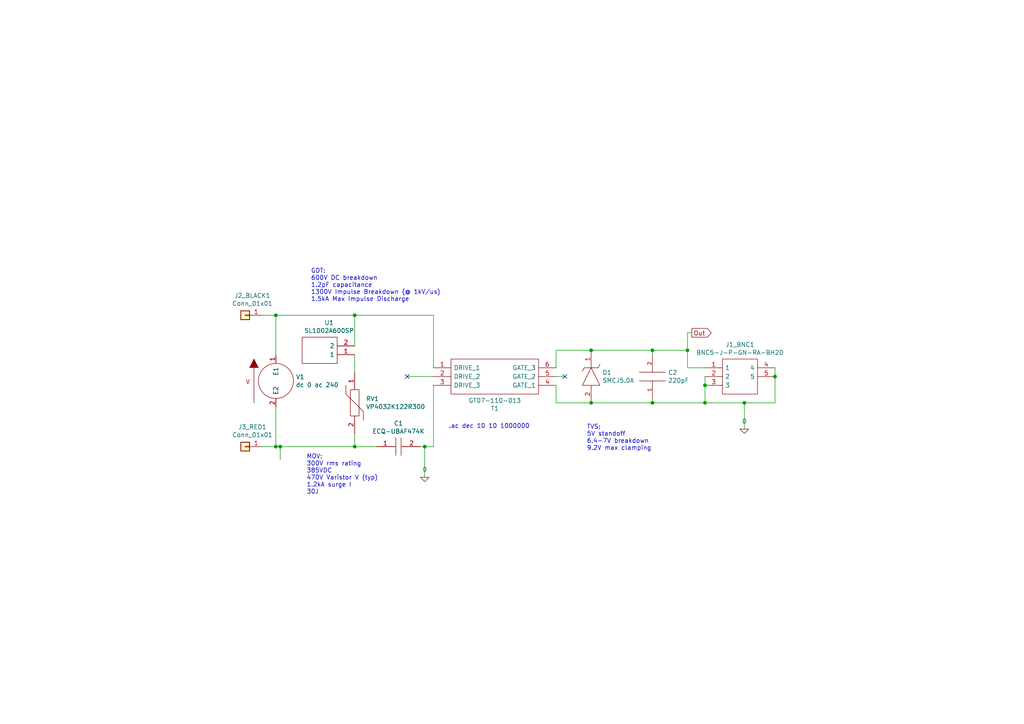
<source format=kicad_sch>
(kicad_sch (version 20211123) (generator eeschema)
  (paper "A4")
  (lib_symbols
    (symbol "Connector_Generic:Conn_01x01" (pin_names (offset 1.016) hide)
      (property "Reference" "J" (at 0 2.54 0))
      (property "Value" "Conn_01x01" (at 0 -2.54 0))
      (symbol "Conn_01x01_1_1"
        (rectangle (start -1.27 0.127) (end 0 -0.127) (stroke (width 0.1524)))
        (rectangle (start -1.27 1.27) (end 1.27 -1.27) (stroke (width 0.254)) (fill (type background)))
        (pin passive line (at -5.08 0 0) (length 3.81) (name "Pin_1") (number "1"))
      )
    )
    (symbol "HPF_test_01-rescue:BNC5-J-P-GN-RA-BH2D-BNC5-J-P-GN-RA-BH2D" (pin_names (offset 0.762))
      (property "Reference" "J" (at 16.51 7.62 0))
      (property "Value" "BNC5-J-P-GN-RA-BH2D-BNC5-J-P-GN-RA-BH2D" (at 16.51 5.08 0))
      (symbol "BNC5-J-P-GN-RA-BH2D-BNC5-J-P-GN-RA-BH2D_0_0"
        (pin passive line (at 0 0 0) (length 5.08) (name "1") (number "1"))
        (pin passive line (at 0 -2.54 0) (length 5.08) (name "2") (number "2"))
        (pin passive line (at 0 -5.08 0) (length 5.08) (name "3") (number "3"))
        (pin passive line (at 20.32 0 180) (length 5.08) (name "4") (number "4"))
        (pin passive line (at 20.32 -2.54 180) (length 5.08) (name "5") (number "5"))
      )
      (symbol "BNC5-J-P-GN-RA-BH2D-BNC5-J-P-GN-RA-BH2D_0_1"
        (polyline (pts (xy 5.08 2.54) (xy 15.24 2.54) (xy 15.24 -7.62) (xy 5.08 -7.62) (xy 5.08 2.54)) (stroke (width 0.1524)))
      )
    )
    (symbol "HPF_test_01-rescue:ECQ-UBAF474K-ECQ-UBAF474K" (pin_names (offset 0.762))
      (property "Reference" "C" (at 8.89 6.35 0))
      (property "Value" "ECQ-UBAF474K-ECQ-UBAF474K" (at 8.89 3.81 0))
      (symbol "ECQ-UBAF474K-ECQ-UBAF474K_0_0"
        (pin passive line (at 0 0 0) (length 5.08) (name "~") (number "1"))
        (pin passive line (at 12.7 0 180) (length 5.08) (name "~") (number "2"))
      )
      (symbol "ECQ-UBAF474K-ECQ-UBAF474K_0_1"
        (polyline (pts (xy 5.08 0) (xy 5.588 0)) (stroke (width 0.1524)))
        (polyline (pts (xy 5.588 2.54) (xy 5.588 -2.54)) (stroke (width 0.1524)))
        (polyline (pts (xy 7.112 0) (xy 7.62 0)) (stroke (width 0.1524)))
        (polyline (pts (xy 7.112 2.54) (xy 7.112 -2.54)) (stroke (width 0.1524)))
      )
    )
    (symbol "HPF_test_01-rescue:GT07-110-013-GT07-110-013" (pin_names (offset 0.762))
      (property "Reference" "T" (at 31.75 7.62 0))
      (property "Value" "GT07-110-013-GT07-110-013" (at 31.75 5.08 0))
      (symbol "GT07-110-013-GT07-110-013_0_0"
        (pin passive line (at 35.56 -5.08 180) (length 5.08) (name "DRIVE_1") (number "1"))
        (pin passive line (at 35.56 -2.54 180) (length 5.08) (name "DRIVE_2") (number "2"))
        (pin passive line (at 35.56 0 180) (length 5.08) (name "DRIVE_3") (number "3"))
        (pin passive line (at 0 0 0) (length 5.08) (name "GATE_1") (number "4"))
        (pin passive line (at 0 -2.54 0) (length 5.08) (name "GATE_2") (number "5"))
        (pin passive line (at 0 -5.08 0) (length 5.08) (name "GATE_3") (number "6"))
      )
      (symbol "GT07-110-013-GT07-110-013_0_1"
        (polyline (pts (xy 5.08 2.54) (xy 30.48 2.54) (xy 30.48 -7.62) (xy 5.08 -7.62) (xy 5.08 2.54)) (stroke (width 0.1524)))
      )
    )
    (symbol "HPF_test_01-rescue:SL1002A600SP-SL1002A600SP" (pin_names (offset 0.762))
      (property "Reference" "U" (at 16.51 7.62 0))
      (property "Value" "SL1002A600SP-SL1002A600SP" (at 16.51 5.08 0))
      (symbol "SL1002A600SP-SL1002A600SP_0_0"
        (pin passive line (at 0 0 0) (length 5.08) (name "1") (number "1"))
        (pin passive line (at 0 -2.54 0) (length 5.08) (name "2") (number "2"))
      )
      (symbol "SL1002A600SP-SL1002A600SP_0_1"
        (polyline (pts (xy 5.08 2.54) (xy 15.24 2.54) (xy 15.24 -5.08) (xy 5.08 -5.08) (xy 5.08 2.54)) (stroke (width 0.1524)))
      )
    )
    (symbol "HPF_test_01-rescue:SMCJ5.0A-SMCJ5.0A" (pin_names (offset 0.762))
      (property "Reference" "D" (at 10.16 8.89 0))
      (property "Value" "SMCJ5.0A-SMCJ5.0A" (at 10.16 6.35 0))
      (symbol "SMCJ5.0A-SMCJ5.0A_0_0"
        (pin passive line (at 0 0 0) (length 5.08) (name "~") (number "1"))
        (pin passive line (at 15.24 0 180) (length 5.08) (name "~") (number "2"))
      )
      (symbol "SMCJ5.0A-SMCJ5.0A_0_1"
        (polyline (pts (xy 4.064 2.54) (xy 5.08 2.032)) (stroke (width 0.1524)))
        (polyline (pts (xy 5.08 -2.032) (xy 5.08 2.032)) (stroke (width 0.1524)))
        (polyline (pts (xy 5.08 -2.032) (xy 6.096 -2.54)) (stroke (width 0.1524)))
        (polyline (pts (xy 5.08 0) (xy 10.16 2.54) (xy 10.16 -2.54) (xy 5.08 0)) (stroke (width 0.1524)))
      )
    )
    (symbol "HPF_test_01-rescue:VP4032K122R300-VP4032K122R300" (pin_names (offset 0.762))
      (property "Reference" "RV" (at 13.97 6.35 0))
      (property "Value" "VP4032K122R300-VP4032K122R300" (at 13.97 3.81 0))
      (symbol "VP4032K122R300-VP4032K122R300_0_0"
        (pin passive line (at 0 0 0) (length 5.08) (name "~") (number "1"))
        (pin passive line (at 17.78 0 180) (length 5.08) (name "~") (number "2"))
      )
      (symbol "VP4032K122R300-VP4032K122R300_0_1"
        (polyline (pts (xy 3.81 -2.54) (xy 6.35 -2.54) (xy 11.43 2.54) (xy 13.97 2.54)) (stroke (width 0.1524)))
        (polyline (pts (xy 5.08 1.27) (xy 12.7 1.27) (xy 12.7 -1.27) (xy 5.08 -1.27) (xy 5.08 1.27)) (stroke (width 0.1524)))
      )
    )
    (symbol "pspice:0" (power) (pin_names (offset 0))
      (property "Value" "0" (at 0 -1.778 0))
      (symbol "0_0_1"
        (polyline (pts (xy -1.27 0) (xy 0 -1.27) (xy 1.27 0) (xy -1.27 0)))
      )
      (symbol "0_1_1"
        (pin power_in line (at 0 0 0) (length 0) hide (name "0") (number "1"))
      )
    )
    (symbol "pspice:C" (pin_names (offset 0.254))
      (property "Reference" "C" (at 2.54 3.81 90))
      (property "Value" "C" (at 2.54 -3.81 90))
      (symbol "C_0_1"
        (polyline (pts (xy -3.81 -1.27) (xy 3.81 -1.27)))
        (polyline (pts (xy -3.81 1.27) (xy 3.81 1.27)))
      )
      (symbol "C_1_1"
        (pin passive line (at 0 6.35 270) (length 5.08) (name "~") (number "1"))
        (pin passive line (at 0 -6.35 90) (length 5.08) (name "~") (number "2"))
      )
    )
    (symbol "pspice:VSOURCE" (pin_names (offset 1.016))
      (property "Reference" "V" (at -6.35 7.62 0))
      (property "Value" "VSOURCE" (at 0 0 0))
      (symbol "VSOURCE_0_1"
        (polyline (pts (xy -6.35 -6.35) (xy -6.35 3.81)) (fill (type outline)))
        (polyline (pts (xy -7.62 3.81) (xy -6.35 6.35) (xy -5.08 3.81)) (fill (type outline)))
        (circle (center 0 0) (radius 5.08))
        (text "V" (at -8.128 -0.254 0) (effects (font (size 1.27 1.27))))
      )
      (symbol "VSOURCE_1_1"
        (pin input line (at 0 7.62 270) (length 2.54) (name "E1") (number "1"))
        (pin input line (at 0 -7.62 90) (length 2.54) (name "E2") (number "2"))
      )
    )
  )
  (junction (at 123.19 129.54))
  (junction (at 80.01 91.44))
  (junction (at 189.23 101.6))
  (junction (at 189.23 116.84))
  (junction (at 215.9 116.84))
  (junction (at 81.28 129.54))
  (junction (at 102.87 91.44))
  (junction (at 224.79 109.22))
  (junction (at 80.01 129.54))
  (junction (at 204.47 116.84))
  (junction (at 204.47 111.76))
  (junction (at 102.87 129.54))
  (junction (at 199.39 101.6))
  (junction (at 171.45 101.6))
  (junction (at 171.45 116.84))
  (no_connect (at 163.83 109.22))
  (no_connect (at 118.11 109.22))
  (wire (pts (xy 204.47 111.76) (xy 204.47 109.22)))
  (wire (pts (xy 123.19 129.54) (xy 123.19 138.43)))
  (wire (pts (xy 76.2 129.54) (xy 80.01 129.54)))
  (wire (pts (xy 125.73 91.44) (xy 125.73 106.68)))
  (wire (pts (xy 81.28 133.35) (xy 81.28 129.54)))
  (wire (pts (xy 224.79 106.68) (xy 224.79 109.22)))
  (wire (pts (xy 224.79 109.22) (xy 224.79 116.84)))
  (wire (pts (xy 76.2 91.44) (xy 80.01 91.44)))
  (wire (pts (xy 125.73 129.54) (xy 123.19 129.54)))
  (wire (pts (xy 102.87 107.95) (xy 102.87 102.87)))
  (wire (pts (xy 161.29 106.68) (xy 161.29 101.6)))
  (wire (pts (xy 161.29 101.6) (xy 171.45 101.6)))
  (wire (pts (xy 189.23 102.87) (xy 189.23 101.6)))
  (wire (pts (xy 125.73 109.22) (xy 118.11 109.22)))
  (wire (pts (xy 171.45 116.84) (xy 189.23 116.84)))
  (wire (pts (xy 81.28 129.54) (xy 102.87 129.54)))
  (wire (pts (xy 80.01 129.54) (xy 81.28 129.54)))
  (wire (pts (xy 215.9 124.46) (xy 215.9 116.84)))
  (wire (pts (xy 80.01 91.44) (xy 102.87 91.44)))
  (wire (pts (xy 123.19 129.54) (xy 121.92 129.54)))
  (wire (pts (xy 102.87 129.54) (xy 109.22 129.54)))
  (wire (pts (xy 125.73 111.76) (xy 125.73 129.54)))
  (wire (pts (xy 102.87 91.44) (xy 125.73 91.44)))
  (wire (pts (xy 215.9 116.84) (xy 204.47 116.84)))
  (wire (pts (xy 80.01 102.87) (xy 80.01 91.44)))
  (wire (pts (xy 161.29 111.76) (xy 161.29 116.84)))
  (wire (pts (xy 80.01 118.11) (xy 80.01 129.54)))
  (wire (pts (xy 189.23 115.57) (xy 189.23 116.84)))
  (wire (pts (xy 204.47 116.84) (xy 204.47 111.76)))
  (wire (pts (xy 199.39 96.52) (xy 199.39 101.6)))
  (wire (pts (xy 161.29 116.84) (xy 171.45 116.84)))
  (wire (pts (xy 199.39 106.68) (xy 204.47 106.68)))
  (wire (pts (xy 102.87 125.73) (xy 102.87 129.54)))
  (wire (pts (xy 189.23 116.84) (xy 204.47 116.84)))
  (wire (pts (xy 224.79 116.84) (xy 215.9 116.84)))
  (wire (pts (xy 189.23 101.6) (xy 199.39 101.6)))
  (wire (pts (xy 163.83 109.22) (xy 161.29 109.22)))
  (wire (pts (xy 102.87 100.33) (xy 102.87 91.44)))
  (wire (pts (xy 199.39 101.6) (xy 199.39 106.68)))
  (wire (pts (xy 200.66 96.52) (xy 199.39 96.52)))
  (wire (pts (xy 171.45 101.6) (xy 189.23 101.6)))
  (text "TVS: \n5V standoff\n6.4-7V breakdown \n9.2V max clamping" (at 170.18 130.81 0) (effects (font (size 1.27 1.27)) (justify left bottom)))
  (text "MOV:\n300V rms rating\n385VDC\n470V Varistor V (typ)\n1.2kA surge I\n30J" (at 88.9 143.51 0) (effects (font (size 1.27 1.27)) (justify left bottom)))
  (text "GDT:\n600V DC breakdown\n1.2pF capacitance\n1300V Impulse Breakdown (@ 1kV/us)\n1.5kA Max Impulse Discharge" (at 90.17 87.63 0) (effects (font (size 1.27 1.27)) (justify left bottom)))
  (text ".ac dec 10 10 1000000" (at 153.67 124.46 180) (effects (font (size 1.27 1.27)) (justify right bottom)))
  (global_label "Out" (shape output) (at 200.66 96.52 0) (property "Intersheet References" "${INTERSHEET_REFS}" (effects hide)))
  (symbol (lib_id "pspice:C") (at 189.23 109.22 180) (unit 1)
    (property "Reference" "C2" (at 193.7512 108.0516 0) (effects (justify right)))
    (property "Value" "220pF" (at 193.7512 110.363 0) (effects (justify right)))
    (property "Footprint" "Capacitor_SMD:C_0603_1608Metric_Pad1.05x0.95mm_HandSolder" (effects hide))
    (property "Spice_Primitive" "C" (effects hide))
    (property "Spice_Model" "220p" (effects hide))
    (property "Spice_Netlist_Enabled" "Y" (effects hide))
  )
  (symbol (lib_id "HPF_test_01-rescue:VP4032K122R300-VP4032K122R300") (at 102.87 107.95 270) (unit 1)
    (property "Reference" "RV1" (at 106.1212 115.6716 90) (effects (justify left)))
    (property "Value" "VP4032K122R300" (at 106.1212 117.983 90) (effects (justify left)))
    (property "Footprint" "CAPPM10080X500N" (effects hide))
    (property "Datasheet" "https://www.arrow.com/en/products/vp4032k122r300/kemet-corporation?region=nac" (effects hide))
    (property "Description" "Varistors 385V 1200A 4032" (effects hide))
    (property "Height" "5" (effects hide))
    (property "Mouser Part Number" "80-VP4032K122R300" (effects hide))
    (property "Mouser Price/Stock" "https://www.mouser.co.uk/ProductDetail/KEMET/VP4032K122R300?qs=jj7GbYRQuOYGBVagWkrU5w%3D%3D" (effects hide))
    (property "Manufacturer_Name" "Kemet" (effects hide))
    (property "Manufacturer_Part_Number" "VP4032K122R300" (effects hide))
    (property "Spice_Primitive" "R" (effects hide))
    (property "Spice_Model" "1meg" (effects hide))
    (property "Spice_Netlist_Enabled" "Y" (effects hide))
  )
  (symbol (lib_id "HPF_test_01-rescue:SL1002A600SP-SL1002A600SP") (at 102.87 102.87 180) (unit 1)
    (property "Reference" "U1" (at 95.4532 93.599 0))
    (property "Value" "SL1002A600SP" (at 95.4532 95.9104 0))
    (property "Footprint" "SL1002A600SP" (effects hide))
    (property "Datasheet" "https://componentsearchengine.com/Datasheets/1/SL1002A600SP.pdf" (effects hide))
    (property "Description" "Gas Discharge Tubes - GDTs / Gas Plasma Arrestors GP MINIBETA 2T A600V SMD SPECIAL" (effects hide))
    (property "Height" "4.1" (effects hide))
    (property "Mouser Part Number" "576-SL1002A600SP" (effects hide))
    (property "Mouser Price/Stock" "https://www.mouser.co.uk/ProductDetail/Littelfuse/SL1002A600SP?qs=95aqoVzNh5Z3taNZSmSH3g%3D%3D" (effects hide))
    (property "Manufacturer_Name" "LITTELFUSE" (effects hide))
    (property "Manufacturer_Part_Number" "SL1002A600SP" (effects hide))
    (property "Spice_Primitive" "R" (effects hide))
    (property "Spice_Model" "1meg" (effects hide))
    (property "Spice_Netlist_Enabled" "Y" (effects hide))
  )
  (symbol (lib_id "HPF_test_01-rescue:SMCJ5.0A-SMCJ5.0A") (at 171.45 101.6 270) (unit 1)
    (property "Reference" "D1" (at 174.7012 108.0516 90) (effects (justify left)))
    (property "Value" "SMCJ5.0A" (at 174.7012 110.363 90) (effects (justify left)))
    (property "Footprint" "DIONM7959X262N" (effects hide))
    (property "Datasheet" "https://componentsearchengine.com/Datasheets/2/SMCJ5.0A.pdf" (effects hide))
    (property "Description" "ESD Suppressors / TVS Diodes 1.5kW 5V 5% Uni-Directional" (effects hide))
    (property "Height" "2.62" (effects hide))
    (property "Mouser Part Number" "576-SMCJ5.0A" (effects hide))
    (property "Mouser Price/Stock" "https://www.mouser.co.uk/ProductDetail/Littelfuse/SMCJ50A?qs=HR2RnyOI4E4RumofpgUEcw%3D%3D" (effects hide))
    (property "Manufacturer_Name" "LITTELFUSE" (effects hide))
    (property "Manufacturer_Part_Number" "SMCJ5.0A" (effects hide))
    (property "Spice_Primitive" "X" (effects hide))
    (property "Spice_Model" "SMCJ" (effects hide))
    (property "Spice_Netlist_Enabled" "Y" (effects hide))
    (property "Spice_Lib_File" "/Users/MacMini/Documents/KiCad/HPF/HPF_SPICE/SMCJ5.0A_spice.lib" (effects hide))
  )
  (symbol (lib_id "HPF_test_01-rescue:BNC5-J-P-GN-RA-BH2D-BNC5-J-P-GN-RA-BH2D") (at 204.47 106.68 0) (unit 1)
    (property "Reference" "J1_BNC1" (at 214.63 99.949 0))
    (property "Value" "BNC5-J-P-GN-RA-BH2D" (at 214.63 102.2604 0))
    (property "Footprint" "BNC5-J-P-GN-RA-BH2D_kicad:BNC5JPGNRABH2D" (effects hide))
    (property "Datasheet" "http://suddendocs.samtec.com/prints/bnc5-j-p-xx-ra-bh2d-mkt.pdf" (effects hide))
    (property "Description" "SAMTEC - BNC5-J-P-GN-RA-BH2D - RF COAXIAL, BNC JACK, 50 OHM, PCB" (effects hide))
    (property "Height" "10.8" (effects hide))
    (property "Mouser Part Number" "200-BNC5JPGNRABH2D" (effects hide))
    (property "Mouser Price/Stock" "https://www.mouser.co.uk/ProductDetail/Samtec/BNC5-J-P-GN-RA-BH2D?qs=PB6%2FjmICvI2u%2FOQtySH%252B3g%3D%3D" (effects hide))
    (property "Manufacturer_Name" "SAMTEC" (effects hide))
    (property "Manufacturer_Part_Number" "BNC5-J-P-GN-RA-BH2D" (effects hide))
    (property "Spice_Primitive" "R" (effects hide))
    (property "Spice_Model" "1" (effects hide))
    (property "Spice_Netlist_Enabled" "N" (effects hide))
  )
  (symbol (lib_id "HPF_test_01-rescue:ECQ-UBAF474K-ECQ-UBAF474K") (at 109.22 129.54 0) (unit 1)
    (property "Reference" "C1" (at 115.57 122.809 0))
    (property "Value" "ECQ-UBAF474K" (at 115.57 125.1204 0))
    (property "Footprint" "ECQUBAF474K" (effects hide))
    (property "Datasheet" "https://datasheet.datasheetarchive.com/originals/distributors/Datasheets_SAMA/6170a3d833bc371d0e684a1e7d5b0a3a.pdf" (effects hide))
    (property "Description" "Film Capacitors 300VAC 0.47uF 10% LS=22.5mm ST" (effects hide))
    (property "Height" "21.5" (effects hide))
    (property "Mouser Part Number" "667-ECQ-UBAF474K" (effects hide))
    (property "Mouser Price/Stock" "https://www.mouser.co.uk/ProductDetail/Panasonic/ECQ-UBAF474K?qs=DPoM0jnrROXQ4Aoi4rWlKg%3D%3D" (effects hide))
    (property "Manufacturer_Name" "Panasonic" (effects hide))
    (property "Manufacturer_Part_Number" "ECQ-UBAF474K" (effects hide))
    (property "Spice_Primitive" "C" (effects hide))
    (property "Spice_Model" "0.47uF" (effects hide))
    (property "Spice_Netlist_Enabled" "Y" (effects hide))
  )
  (symbol (lib_id "Connector_Generic:Conn_01x01") (at 71.12 91.44 180) (unit 1)
    (property "Reference" "J2_BLACK1" (at 73.2028 85.725 0))
    (property "Value" "Conn_01x01" (at 73.2028 88.0364 0))
    (property "Footprint" "Connector_Coaxial:SMA_Amphenol_132203-12_Horizontal" (effects hide))
    (property "Spice_Primitive" "R" (effects hide))
    (property "Spice_Model" "1" (effects hide))
    (property "Spice_Netlist_Enabled" "N" (effects hide))
  )
  (symbol (lib_id "Connector_Generic:Conn_01x01") (at 71.12 129.54 180) (unit 1)
    (property "Reference" "J3_RED1" (at 73.2028 123.825 0))
    (property "Value" "Conn_01x01" (at 73.2028 126.1364 0))
    (property "Footprint" "Connector_Coaxial:SMA_Amphenol_132203-12_Horizontal" (effects hide))
    (property "Spice_Primitive" "R" (effects hide))
    (property "Spice_Model" "1" (effects hide))
    (property "Spice_Netlist_Enabled" "N" (effects hide))
  )
  (symbol (lib_id "HPF_test_01-rescue:GT07-110-013-GT07-110-013") (at 161.29 111.76 180) (unit 1)
    (property "Reference" "T1" (at 143.51 118.491 0))
    (property "Value" "GT07-110-013" (at 143.51 116.1796 0))
    (property "Footprint" "GT07-110-013-Modifed:GT07110013" (effects hide))
    (property "Datasheet" "https://componentsearchengine.com/Datasheets/1/GT07-110-013.pdf" (effects hide))
    (property "Description" "Pulse Transformers" (effects hide))
    (property "Height" "6.35" (effects hide))
    (property "Mouser Part Number" "911-GT07-110-013" (effects hide))
    (property "Mouser Price/Stock" "https://www.mouser.co.uk/ProductDetail/ICE-Components/GT07-110-013?qs=UkDUCjYnTB00rEvMCOsFKQ%3D%3D" (effects hide))
    (property "Manufacturer_Name" "ICE Components" (effects hide))
    (property "Manufacturer_Part_Number" "GT07-110-013" (effects hide))
    (property "Spice_Primitive" "X" (effects hide))
    (property "Spice_Model" "GTRANS" (effects hide))
    (property "Spice_Netlist_Enabled" "Y" (effects hide))
    (property "Spice_Lib_File" "/Users/MacMini/Documents/KiCad/HPF/HPF_SPICE/GTRANS_01.lib" (effects hide))
  )
  (symbol (lib_id "pspice:0") (at 215.9 124.46 0) (unit 1)
    (property "Reference" "#GND0101" (effects hide))
    (property "Value" "0" (at 215.9 122.1994 0))
  )
  (symbol (lib_id "pspice:VSOURCE") (at 80.01 110.49 0) (unit 1)
    (property "Reference" "V1" (at 85.8012 109.3216 0) (effects (justify left)))
    (property "Value" "dc 0 ac 240" (at 85.8012 111.633 0) (effects (justify left)))
  )
  (symbol (lib_id "pspice:0") (at 123.19 138.43 0) (unit 1)
    (property "Reference" "#GND0102" (effects hide))
    (property "Value" "0" (at 123.19 136.1694 0))
  )
)
</source>
